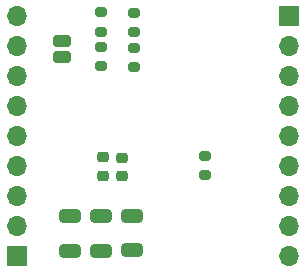
<source format=gbs>
G04 #@! TF.GenerationSoftware,KiCad,Pcbnew,7.0.7*
G04 #@! TF.CreationDate,2024-04-01T22:56:26-04:00*
G04 #@! TF.ProjectId,sensor_node,73656e73-6f72-45f6-9e6f-64652e6b6963,rev?*
G04 #@! TF.SameCoordinates,Original*
G04 #@! TF.FileFunction,Soldermask,Bot*
G04 #@! TF.FilePolarity,Negative*
%FSLAX46Y46*%
G04 Gerber Fmt 4.6, Leading zero omitted, Abs format (unit mm)*
G04 Created by KiCad (PCBNEW 7.0.7) date 2024-04-01 22:56:26*
%MOMM*%
%LPD*%
G01*
G04 APERTURE LIST*
G04 Aperture macros list*
%AMRoundRect*
0 Rectangle with rounded corners*
0 $1 Rounding radius*
0 $2 $3 $4 $5 $6 $7 $8 $9 X,Y pos of 4 corners*
0 Add a 4 corners polygon primitive as box body*
4,1,4,$2,$3,$4,$5,$6,$7,$8,$9,$2,$3,0*
0 Add four circle primitives for the rounded corners*
1,1,$1+$1,$2,$3*
1,1,$1+$1,$4,$5*
1,1,$1+$1,$6,$7*
1,1,$1+$1,$8,$9*
0 Add four rect primitives between the rounded corners*
20,1,$1+$1,$2,$3,$4,$5,0*
20,1,$1+$1,$4,$5,$6,$7,0*
20,1,$1+$1,$6,$7,$8,$9,0*
20,1,$1+$1,$8,$9,$2,$3,0*%
G04 Aperture macros list end*
%ADD10R,1.700000X1.700000*%
%ADD11O,1.700000X1.700000*%
%ADD12RoundRect,0.200000X-0.275000X0.200000X-0.275000X-0.200000X0.275000X-0.200000X0.275000X0.200000X0*%
%ADD13RoundRect,0.225000X0.250000X-0.225000X0.250000X0.225000X-0.250000X0.225000X-0.250000X-0.225000X0*%
%ADD14RoundRect,0.250000X-0.650000X0.325000X-0.650000X-0.325000X0.650000X-0.325000X0.650000X0.325000X0*%
%ADD15RoundRect,0.200000X0.275000X-0.200000X0.275000X0.200000X-0.275000X0.200000X-0.275000X-0.200000X0*%
%ADD16RoundRect,0.250000X0.500000X-0.250000X0.500000X0.250000X-0.500000X0.250000X-0.500000X-0.250000X0*%
G04 APERTURE END LIST*
D10*
X137700000Y-80840000D03*
D11*
X137700000Y-78300000D03*
X137700000Y-75760000D03*
X137700000Y-73220000D03*
X137700000Y-70680000D03*
X137700000Y-68140000D03*
X137700000Y-65600000D03*
X137700000Y-63060000D03*
X137700000Y-60520000D03*
D10*
X160700000Y-60560000D03*
D11*
X160700000Y-63100000D03*
X160700000Y-65640000D03*
X160700000Y-68180000D03*
X160700000Y-70720000D03*
X160700000Y-73260000D03*
X160700000Y-75800000D03*
X160700000Y-78340000D03*
X160700000Y-80880000D03*
D12*
X144800000Y-63124999D03*
X144800000Y-64774999D03*
D13*
X144990000Y-74050000D03*
X144990000Y-72500000D03*
X146600000Y-74075000D03*
X146600000Y-72525000D03*
D14*
X144800000Y-77450000D03*
X144800000Y-80400000D03*
X147400000Y-77425000D03*
X147400000Y-80375000D03*
D12*
X144800000Y-60224997D03*
X144800000Y-61874997D03*
D15*
X153600000Y-74025000D03*
X153600000Y-72375000D03*
D16*
X141500000Y-64000000D03*
X141500000Y-62600000D03*
D12*
X147600000Y-60250000D03*
X147600000Y-61900000D03*
D14*
X142200000Y-77450000D03*
X142200000Y-80400000D03*
D12*
X147599999Y-63200000D03*
X147599999Y-64850000D03*
M02*

</source>
